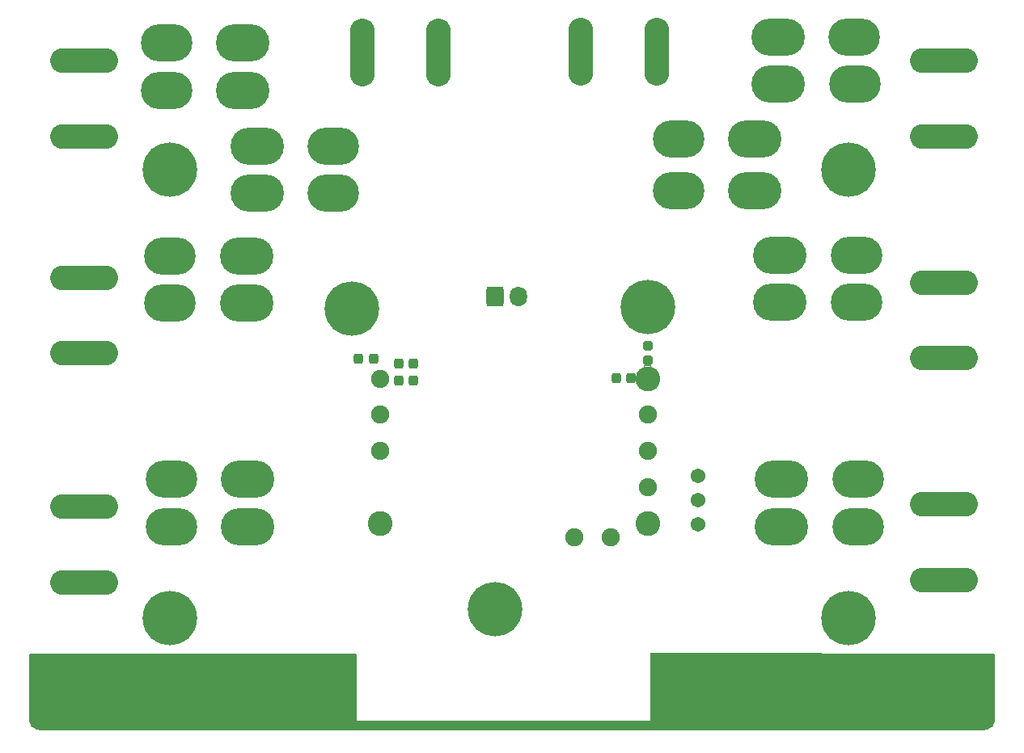
<source format=gbs>
G04 #@! TF.GenerationSoftware,KiCad,Pcbnew,(6.0.1)*
G04 #@! TF.CreationDate,2022-02-13T16:01:44-07:00*
G04 #@! TF.ProjectId,MinesRobotics_PDB,4d696e65-7352-46f6-926f-746963735f50,rev?*
G04 #@! TF.SameCoordinates,Original*
G04 #@! TF.FileFunction,Soldermask,Bot*
G04 #@! TF.FilePolarity,Negative*
%FSLAX46Y46*%
G04 Gerber Fmt 4.6, Leading zero omitted, Abs format (unit mm)*
G04 Created by KiCad (PCBNEW (6.0.1)) date 2022-02-13 16:01:44*
%MOMM*%
%LPD*%
G01*
G04 APERTURE LIST*
G04 Aperture macros list*
%AMRoundRect*
0 Rectangle with rounded corners*
0 $1 Rounding radius*
0 $2 $3 $4 $5 $6 $7 $8 $9 X,Y pos of 4 corners*
0 Add a 4 corners polygon primitive as box body*
4,1,4,$2,$3,$4,$5,$6,$7,$8,$9,$2,$3,0*
0 Add four circle primitives for the rounded corners*
1,1,$1+$1,$2,$3*
1,1,$1+$1,$4,$5*
1,1,$1+$1,$6,$7*
1,1,$1+$1,$8,$9*
0 Add four rect primitives between the rounded corners*
20,1,$1+$1,$2,$3,$4,$5,0*
20,1,$1+$1,$4,$5,$6,$7,0*
20,1,$1+$1,$6,$7,$8,$9,0*
20,1,$1+$1,$8,$9,$2,$3,0*%
G04 Aperture macros list end*
%ADD10C,5.702000*%
%ADD11O,5.602000X3.902000*%
%ADD12O,5.402000X3.902000*%
%ADD13O,7.102000X2.602000*%
%ADD14O,2.602000X7.102000*%
%ADD15C,1.902000*%
%ADD16C,2.602000*%
%ADD17C,1.542000*%
%ADD18RoundRect,0.301000X-0.600000X-0.750000X0.600000X-0.750000X0.600000X0.750000X-0.600000X0.750000X0*%
%ADD19O,1.802000X2.102000*%
%ADD20RoundRect,0.276000X0.250000X-0.225000X0.250000X0.225000X-0.250000X0.225000X-0.250000X-0.225000X0*%
%ADD21RoundRect,0.276000X0.225000X0.250000X-0.225000X0.250000X-0.225000X-0.250000X0.225000X-0.250000X0*%
%ADD22RoundRect,0.276000X-0.225000X-0.250000X0.225000X-0.250000X0.225000X0.250000X-0.225000X0.250000X0*%
G04 APERTURE END LIST*
D10*
X96000000Y-68000000D03*
D11*
X105143000Y-70485000D03*
D12*
X113143000Y-70485000D03*
D11*
X159705000Y-59055000D03*
D12*
X167705000Y-59055000D03*
D11*
X159880000Y-81935000D03*
D12*
X167880000Y-81935000D03*
D13*
X86995000Y-103355000D03*
X86995000Y-111275000D03*
D14*
X146962000Y-55626000D03*
X139042000Y-55626000D03*
D11*
X160020000Y-105435000D03*
D12*
X168020000Y-105435000D03*
D13*
X86995000Y-56619000D03*
X86995000Y-64539000D03*
D11*
X160020000Y-100465000D03*
D12*
X168020000Y-100465000D03*
D10*
X167000000Y-68000000D03*
D13*
X177038000Y-79860000D03*
X177038000Y-87780000D03*
D14*
X116182000Y-55753000D03*
X124102000Y-55753000D03*
D11*
X105143000Y-65540000D03*
D12*
X113143000Y-65540000D03*
D11*
X157239000Y-70231000D03*
D12*
X149239000Y-70231000D03*
D11*
X159880000Y-76990000D03*
D12*
X167880000Y-76990000D03*
D13*
X177038000Y-103101000D03*
X177038000Y-111021000D03*
D11*
X104045000Y-82000000D03*
D12*
X96045000Y-82000000D03*
D10*
X146050000Y-82423000D03*
D11*
X104045000Y-77055000D03*
D12*
X96045000Y-77055000D03*
D10*
X115062000Y-82550000D03*
D15*
X118029200Y-89910800D03*
X118029200Y-97510800D03*
D16*
X118029200Y-105110800D03*
X146029200Y-105110800D03*
D15*
X146029200Y-101310800D03*
X146029200Y-97510800D03*
X146029200Y-93710800D03*
D16*
X146029200Y-89910800D03*
D15*
X138329200Y-106510800D03*
X142129200Y-106510800D03*
X118029200Y-93710800D03*
D17*
X151258200Y-100141800D03*
X151258200Y-102681800D03*
X151258200Y-105221800D03*
D10*
X130048000Y-114046000D03*
X167000000Y-115000000D03*
D13*
X177038000Y-56619000D03*
X177038000Y-64539000D03*
D11*
X103645000Y-54745000D03*
D12*
X95645000Y-54745000D03*
D13*
X86995000Y-79352000D03*
X86995000Y-87272000D03*
D11*
X159645000Y-54110000D03*
D12*
X167645000Y-54110000D03*
D11*
X157239000Y-64786000D03*
D12*
X149239000Y-64786000D03*
D10*
X96000000Y-115000000D03*
D18*
X130000000Y-81280000D03*
D19*
X132500000Y-81280000D03*
D11*
X103645000Y-59690000D03*
D12*
X95645000Y-59690000D03*
D11*
X104140000Y-100465000D03*
D12*
X96140000Y-100465000D03*
D11*
X104140000Y-105410000D03*
D12*
X96140000Y-105410000D03*
D20*
X146020000Y-88028600D03*
X146020000Y-86478600D03*
D21*
X117310200Y-87807800D03*
X115760200Y-87807800D03*
D22*
X119951200Y-90093800D03*
X121501200Y-90093800D03*
D21*
X144255000Y-89895200D03*
X142705000Y-89895200D03*
D22*
X119951200Y-88315800D03*
X121501200Y-88315800D03*
G36*
X182246444Y-118744558D02*
G01*
X182314494Y-118764800D01*
X182360797Y-118818619D01*
X182372000Y-118870557D01*
X182372000Y-125596813D01*
X182371393Y-125609163D01*
X182351254Y-125813638D01*
X182346435Y-125837864D01*
X182288597Y-126028530D01*
X182279145Y-126051350D01*
X182185220Y-126227072D01*
X182171497Y-126247610D01*
X182045095Y-126401630D01*
X182027630Y-126419095D01*
X181873610Y-126545497D01*
X181853072Y-126559220D01*
X181677350Y-126653145D01*
X181654530Y-126662597D01*
X181463864Y-126720435D01*
X181439638Y-126725254D01*
X181235163Y-126745393D01*
X181222813Y-126746000D01*
X82429187Y-126746000D01*
X82416837Y-126745393D01*
X82212362Y-126725254D01*
X82188136Y-126720435D01*
X81997470Y-126662597D01*
X81974650Y-126653145D01*
X81798928Y-126559220D01*
X81778390Y-126545497D01*
X81624370Y-126419095D01*
X81606905Y-126401630D01*
X81480503Y-126247610D01*
X81466780Y-126227072D01*
X81372855Y-126051350D01*
X81363403Y-126028530D01*
X81305565Y-125837864D01*
X81300746Y-125813638D01*
X81280607Y-125609163D01*
X81280000Y-125596813D01*
X81280000Y-118871000D01*
X81300002Y-118802879D01*
X81353658Y-118756386D01*
X81406000Y-118745000D01*
X115444000Y-118745000D01*
X115512121Y-118765002D01*
X115558614Y-118818658D01*
X115570000Y-118871000D01*
X115570000Y-125711885D01*
X115574475Y-125727124D01*
X115575865Y-125728329D01*
X115583548Y-125730000D01*
X146285885Y-125730000D01*
X146301124Y-125725525D01*
X146302329Y-125724135D01*
X146304000Y-125716452D01*
X146304000Y-118744444D01*
X146324002Y-118676323D01*
X146377658Y-118629830D01*
X146430444Y-118618445D01*
X182246444Y-118744558D01*
G37*
G36*
X144754864Y-90156037D02*
G01*
X144755477Y-90157023D01*
X144808547Y-90355081D01*
X144836783Y-90415634D01*
X144836608Y-90417626D01*
X144834796Y-90418471D01*
X144833404Y-90417723D01*
X144791134Y-90364513D01*
X144725574Y-90342183D01*
X144658188Y-90358883D01*
X144650726Y-90364637D01*
X144650413Y-90364835D01*
X144615440Y-90382655D01*
X144613443Y-90382550D01*
X144612535Y-90380768D01*
X144613421Y-90379210D01*
X144673719Y-90338919D01*
X144733106Y-90250042D01*
X144751583Y-90157151D01*
X144752902Y-90155647D01*
X144754864Y-90156037D01*
G37*
G36*
X144901342Y-89265783D02*
G01*
X144901353Y-89267495D01*
X144808547Y-89466519D01*
X144757932Y-89655415D01*
X144756518Y-89656829D01*
X144754586Y-89656311D01*
X144754000Y-89654897D01*
X144754000Y-89645399D01*
X144733106Y-89540358D01*
X144673719Y-89451481D01*
X144613419Y-89411189D01*
X144612534Y-89409395D01*
X144613645Y-89407732D01*
X144615438Y-89407744D01*
X144642220Y-89421390D01*
X144642285Y-89421437D01*
X144642287Y-89421434D01*
X144703589Y-89454906D01*
X144772671Y-89449966D01*
X144828269Y-89408345D01*
X144841327Y-89386491D01*
X144896537Y-89267551D01*
X144896699Y-89267266D01*
X144897888Y-89265523D01*
X144899690Y-89264656D01*
X144901342Y-89265783D01*
G37*
G36*
X145596992Y-88461158D02*
G01*
X145665158Y-88506706D01*
X145770199Y-88527600D01*
X146269801Y-88527600D01*
X146374842Y-88506706D01*
X146443008Y-88461158D01*
X146445004Y-88461027D01*
X146446115Y-88462690D01*
X146445533Y-88464235D01*
X146423478Y-88486290D01*
X146390144Y-88547339D01*
X146395084Y-88616421D01*
X146436676Y-88671981D01*
X146452453Y-88680425D01*
X146453508Y-88682124D01*
X146452564Y-88683887D01*
X146450991Y-88684120D01*
X146254764Y-88631541D01*
X146029200Y-88611807D01*
X145803636Y-88631541D01*
X145585053Y-88690111D01*
X145583121Y-88689593D01*
X145582603Y-88687661D01*
X145583403Y-88686530D01*
X145629099Y-88655166D01*
X145655948Y-88591323D01*
X145643997Y-88522971D01*
X145620669Y-88490437D01*
X145594467Y-88464235D01*
X145593949Y-88462303D01*
X145595363Y-88460889D01*
X145596992Y-88461158D01*
G37*
M02*

</source>
